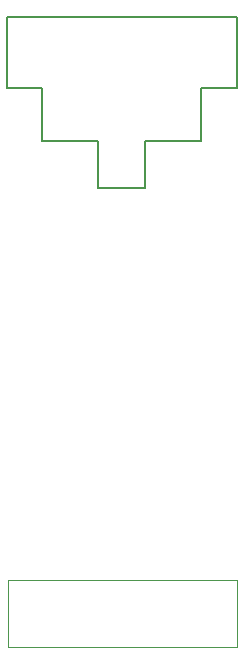
<source format=gbr>
%TF.GenerationSoftware,KiCad,Pcbnew,8.0.3*%
%TF.CreationDate,2024-08-09T22:56:58-04:00*%
%TF.ProjectId,wide_v1_4_layer,77696465-5f76-4315-9f34-5f6c61796572,V1*%
%TF.SameCoordinates,Original*%
%TF.FileFunction,Other,User*%
%FSLAX46Y46*%
G04 Gerber Fmt 4.6, Leading zero omitted, Abs format (unit mm)*
G04 Created by KiCad (PCBNEW 8.0.3) date 2024-08-09 22:56:58*
%MOMM*%
%LPD*%
G01*
G04 APERTURE LIST*
%ADD10C,0.200000*%
%ADD11C,0.100000*%
G04 APERTURE END LIST*
D10*
X76747600Y-95956600D02*
X76747600Y-91973400D01*
X71970000Y-91940000D02*
X71980000Y-87480000D01*
X85470000Y-91940000D02*
X85480000Y-87480000D01*
X88540000Y-87480000D02*
X88540000Y-81480000D01*
X69040000Y-87460000D02*
X71980000Y-87480000D01*
X71970000Y-91940000D02*
X76720000Y-91940000D01*
X80720000Y-91940000D02*
X85470000Y-91940000D01*
X69040000Y-81460000D02*
X88550000Y-81480000D01*
X69040000Y-87460000D02*
X69040000Y-81460000D01*
X85480000Y-87480000D02*
X88540000Y-87480000D01*
X76747600Y-95986600D02*
X80710000Y-95986600D01*
X80710000Y-95986600D02*
X80710000Y-91973400D01*
D11*
%TO.C,ZIF1*%
X69091600Y-129136600D02*
X88491600Y-129136600D01*
X69091600Y-134786600D02*
X69091600Y-129136600D01*
X88491600Y-129136600D02*
X88491600Y-134786600D01*
X88491600Y-134786600D02*
X69091600Y-134786600D01*
%TD*%
M02*

</source>
